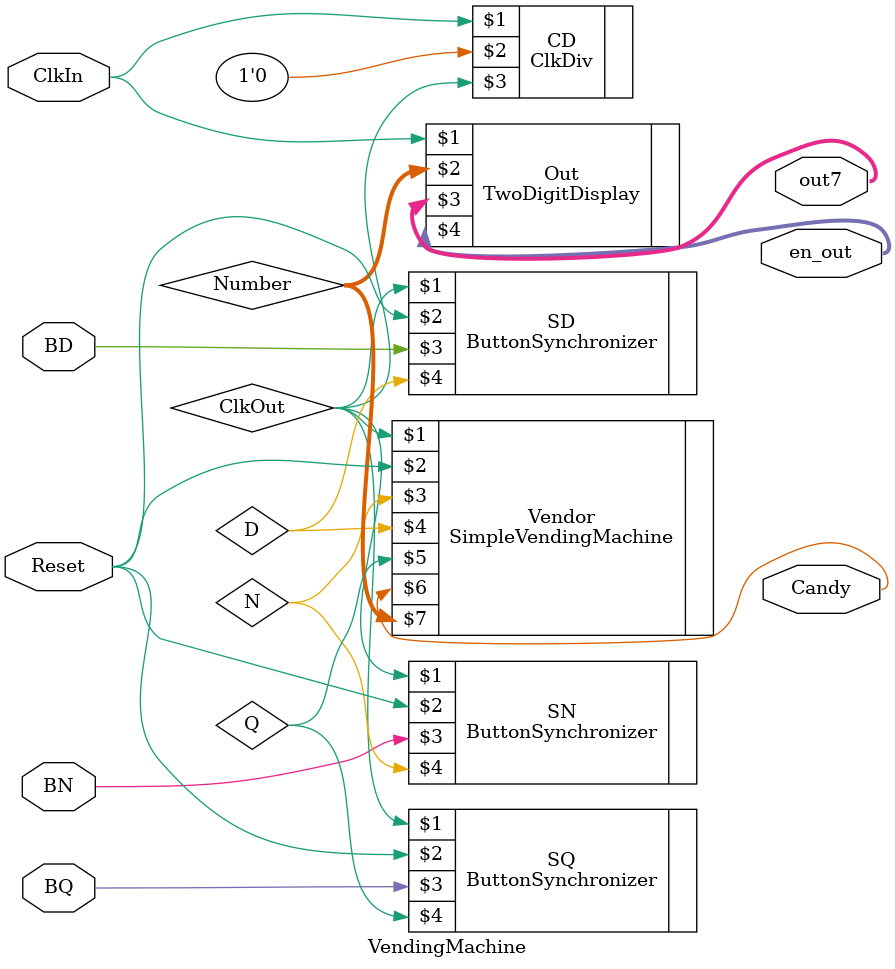
<source format=v>
`timescale 1ns / 1ps


module VendingMachine(ClkIn, Reset, BN, BD, BQ, Candy, out7, en_out);
    
    input ClkIn, Reset, BN, BD, BQ;
    output Candy;
    output wire[6:0] out7;
    output wire[7:0] en_out;
    wire ClkOut, N, D, Q;
    wire [5:0] Number;
    
    ClkDiv CD(ClkIn, 1'b0, ClkOut);
    
    ButtonSynchronizer SN(ClkOut, Reset, BN, N);
    ButtonSynchronizer SD(ClkOut, Reset, BD, D);
    ButtonSynchronizer SQ(ClkOut, Reset, BQ, Q);
    
    SimpleVendingMachine Vendor(ClkOut, Reset, N, D, Q, Candy, Number);
    
    TwoDigitDisplay Out(ClkIn, Number, out7, en_out); 
    
endmodule

</source>
